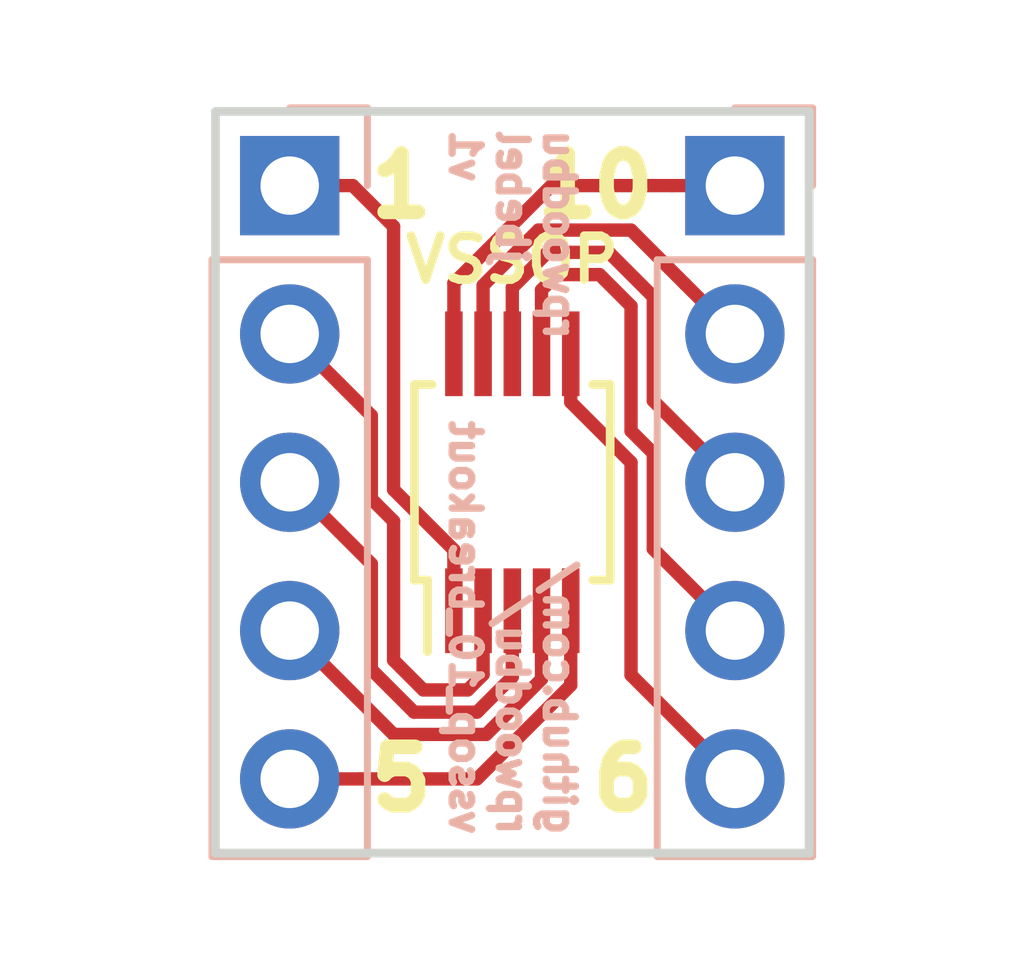
<source format=kicad_pcb>
(kicad_pcb (version 4) (host pcbnew 4.0.6-e0-6349~53~ubuntu16.04.1)

  (general
    (links 10)
    (no_connects 0)
    (area 138.354999 90.094999 148.665001 102.945001)
    (thickness 1.6)
    (drawings 10)
    (tracks 60)
    (zones 0)
    (modules 3)
    (nets 11)
  )

  (page A4)
  (layers
    (0 F.Cu signal)
    (31 B.Cu signal)
    (32 B.Adhes user)
    (33 F.Adhes user)
    (34 B.Paste user)
    (35 F.Paste user)
    (36 B.SilkS user)
    (37 F.SilkS user)
    (38 B.Mask user)
    (39 F.Mask user)
    (40 Dwgs.User user)
    (41 Cmts.User user)
    (42 Eco1.User user)
    (43 Eco2.User user)
    (44 Edge.Cuts user)
    (45 Margin user)
    (46 B.CrtYd user)
    (47 F.CrtYd user)
    (48 B.Fab user)
    (49 F.Fab user)
  )

  (setup
    (last_trace_width 0.2286)
    (trace_clearance 0.1524)
    (zone_clearance 0.508)
    (zone_45_only no)
    (trace_min 0.1524)
    (segment_width 0.2)
    (edge_width 0.15)
    (via_size 0.6858)
    (via_drill 0.3302)
    (via_min_size 0.6858)
    (via_min_drill 0.3302)
    (uvia_size 0.762)
    (uvia_drill 0.508)
    (uvias_allowed no)
    (uvia_min_size 0)
    (uvia_min_drill 0)
    (pcb_text_width 0.3)
    (pcb_text_size 1.5 1.5)
    (mod_edge_width 0.15)
    (mod_text_size 1 1)
    (mod_text_width 0.15)
    (pad_size 1.524 1.524)
    (pad_drill 0.762)
    (pad_to_mask_clearance 0.2)
    (aux_axis_origin 0 0)
    (visible_elements FFFFEF7F)
    (pcbplotparams
      (layerselection 0x00030_80000001)
      (usegerberextensions false)
      (excludeedgelayer true)
      (linewidth 0.100000)
      (plotframeref false)
      (viasonmask false)
      (mode 1)
      (useauxorigin false)
      (hpglpennumber 1)
      (hpglpenspeed 20)
      (hpglpendiameter 15)
      (hpglpenoverlay 2)
      (psnegative false)
      (psa4output false)
      (plotreference true)
      (plotvalue true)
      (plotinvisibletext false)
      (padsonsilk false)
      (subtractmaskfromsilk false)
      (outputformat 1)
      (mirror false)
      (drillshape 1)
      (scaleselection 1)
      (outputdirectory ""))
  )

  (net 0 "")
  (net 1 "Net-(J1-Pad1)")
  (net 2 "Net-(J1-Pad2)")
  (net 3 "Net-(J1-Pad3)")
  (net 4 "Net-(J1-Pad4)")
  (net 5 "Net-(J1-Pad5)")
  (net 6 "Net-(J2-Pad1)")
  (net 7 "Net-(J2-Pad2)")
  (net 8 "Net-(J2-Pad3)")
  (net 9 "Net-(J2-Pad4)")
  (net 10 "Net-(J2-Pad5)")

  (net_class Default "This is the default net class."
    (clearance 0.1524)
    (trace_width 0.2286)
    (via_dia 0.6858)
    (via_drill 0.3302)
    (uvia_dia 0.762)
    (uvia_drill 0.508)
    (add_net "Net-(J1-Pad1)")
    (add_net "Net-(J1-Pad2)")
    (add_net "Net-(J1-Pad3)")
    (add_net "Net-(J1-Pad4)")
    (add_net "Net-(J1-Pad5)")
    (add_net "Net-(J2-Pad1)")
    (add_net "Net-(J2-Pad2)")
    (add_net "Net-(J2-Pad3)")
    (add_net "Net-(J2-Pad4)")
    (add_net "Net-(J2-Pad5)")
  )

  (module Pin_Headers:Pin_Header_Straight_1x05_Pitch2.54mm (layer B.Cu) (tedit 595B34D8) (tstamp 595B2058)
    (at 139.7 91.44 180)
    (descr "Through hole straight pin header, 1x05, 2.54mm pitch, single row")
    (tags "Through hole pin header THT 1x05 2.54mm single row")
    (path /595B2010)
    (fp_text reference J1 (at 0 2.33 180) (layer B.SilkS) hide
      (effects (font (size 1 1) (thickness 0.15)) (justify mirror))
    )
    (fp_text value CONN_01X05 (at 0 -12.49 180) (layer B.Fab)
      (effects (font (size 1 1) (thickness 0.15)) (justify mirror))
    )
    (fp_line (start -1.27 1.27) (end -1.27 -11.43) (layer B.Fab) (width 0.1))
    (fp_line (start -1.27 -11.43) (end 1.27 -11.43) (layer B.Fab) (width 0.1))
    (fp_line (start 1.27 -11.43) (end 1.27 1.27) (layer B.Fab) (width 0.1))
    (fp_line (start 1.27 1.27) (end -1.27 1.27) (layer B.Fab) (width 0.1))
    (fp_line (start -1.33 -1.27) (end -1.33 -11.49) (layer B.SilkS) (width 0.12))
    (fp_line (start -1.33 -11.49) (end 1.33 -11.49) (layer B.SilkS) (width 0.12))
    (fp_line (start 1.33 -11.49) (end 1.33 -1.27) (layer B.SilkS) (width 0.12))
    (fp_line (start 1.33 -1.27) (end -1.33 -1.27) (layer B.SilkS) (width 0.12))
    (fp_line (start -1.33 0) (end -1.33 1.33) (layer B.SilkS) (width 0.12))
    (fp_line (start -1.33 1.33) (end 0 1.33) (layer B.SilkS) (width 0.12))
    (fp_line (start -1.8 1.8) (end -1.8 -11.95) (layer B.CrtYd) (width 0.05))
    (fp_line (start -1.8 -11.95) (end 1.8 -11.95) (layer B.CrtYd) (width 0.05))
    (fp_line (start 1.8 -11.95) (end 1.8 1.8) (layer B.CrtYd) (width 0.05))
    (fp_line (start 1.8 1.8) (end -1.8 1.8) (layer B.CrtYd) (width 0.05))
    (fp_text user %R (at 0 2.33 180) (layer B.Fab)
      (effects (font (size 1 1) (thickness 0.15)) (justify mirror))
    )
    (pad 1 thru_hole rect (at 0 0 180) (size 1.7 1.7) (drill 1) (layers *.Cu *.Mask)
      (net 1 "Net-(J1-Pad1)"))
    (pad 2 thru_hole oval (at 0 -2.54 180) (size 1.7 1.7) (drill 1) (layers *.Cu *.Mask)
      (net 2 "Net-(J1-Pad2)"))
    (pad 3 thru_hole oval (at 0 -5.08 180) (size 1.7 1.7) (drill 1) (layers *.Cu *.Mask)
      (net 3 "Net-(J1-Pad3)"))
    (pad 4 thru_hole oval (at 0 -7.62 180) (size 1.7 1.7) (drill 1) (layers *.Cu *.Mask)
      (net 4 "Net-(J1-Pad4)"))
    (pad 5 thru_hole oval (at 0 -10.16 180) (size 1.7 1.7) (drill 1) (layers *.Cu *.Mask)
      (net 5 "Net-(J1-Pad5)"))
    (model ${KISYS3DMOD}/Pin_Headers.3dshapes/Pin_Header_Straight_1x05_Pitch2.54mm.wrl
      (at (xyz 0 -0.2 0))
      (scale (xyz 1 1 1))
      (rotate (xyz 0 0 90))
    )
  )

  (module Pin_Headers:Pin_Header_Straight_1x05_Pitch2.54mm (layer B.Cu) (tedit 595B34DB) (tstamp 595B2061)
    (at 147.32 91.44 180)
    (descr "Through hole straight pin header, 1x05, 2.54mm pitch, single row")
    (tags "Through hole pin header THT 1x05 2.54mm single row")
    (path /595B2056)
    (fp_text reference J2 (at 0 2.33 180) (layer B.SilkS) hide
      (effects (font (size 1 1) (thickness 0.15)) (justify mirror))
    )
    (fp_text value CONN_01X05 (at 0 -12.49 180) (layer B.Fab)
      (effects (font (size 1 1) (thickness 0.15)) (justify mirror))
    )
    (fp_line (start -1.27 1.27) (end -1.27 -11.43) (layer B.Fab) (width 0.1))
    (fp_line (start -1.27 -11.43) (end 1.27 -11.43) (layer B.Fab) (width 0.1))
    (fp_line (start 1.27 -11.43) (end 1.27 1.27) (layer B.Fab) (width 0.1))
    (fp_line (start 1.27 1.27) (end -1.27 1.27) (layer B.Fab) (width 0.1))
    (fp_line (start -1.33 -1.27) (end -1.33 -11.49) (layer B.SilkS) (width 0.12))
    (fp_line (start -1.33 -11.49) (end 1.33 -11.49) (layer B.SilkS) (width 0.12))
    (fp_line (start 1.33 -11.49) (end 1.33 -1.27) (layer B.SilkS) (width 0.12))
    (fp_line (start 1.33 -1.27) (end -1.33 -1.27) (layer B.SilkS) (width 0.12))
    (fp_line (start -1.33 0) (end -1.33 1.33) (layer B.SilkS) (width 0.12))
    (fp_line (start -1.33 1.33) (end 0 1.33) (layer B.SilkS) (width 0.12))
    (fp_line (start -1.8 1.8) (end -1.8 -11.95) (layer B.CrtYd) (width 0.05))
    (fp_line (start -1.8 -11.95) (end 1.8 -11.95) (layer B.CrtYd) (width 0.05))
    (fp_line (start 1.8 -11.95) (end 1.8 1.8) (layer B.CrtYd) (width 0.05))
    (fp_line (start 1.8 1.8) (end -1.8 1.8) (layer B.CrtYd) (width 0.05))
    (fp_text user %R (at 0 2.33 180) (layer B.Fab)
      (effects (font (size 1 1) (thickness 0.15)) (justify mirror))
    )
    (pad 1 thru_hole rect (at 0 0 180) (size 1.7 1.7) (drill 1) (layers *.Cu *.Mask)
      (net 6 "Net-(J2-Pad1)"))
    (pad 2 thru_hole oval (at 0 -2.54 180) (size 1.7 1.7) (drill 1) (layers *.Cu *.Mask)
      (net 7 "Net-(J2-Pad2)"))
    (pad 3 thru_hole oval (at 0 -5.08 180) (size 1.7 1.7) (drill 1) (layers *.Cu *.Mask)
      (net 8 "Net-(J2-Pad3)"))
    (pad 4 thru_hole oval (at 0 -7.62 180) (size 1.7 1.7) (drill 1) (layers *.Cu *.Mask)
      (net 9 "Net-(J2-Pad4)"))
    (pad 5 thru_hole oval (at 0 -10.16 180) (size 1.7 1.7) (drill 1) (layers *.Cu *.Mask)
      (net 10 "Net-(J2-Pad5)"))
    (model ${KISYS3DMOD}/Pin_Headers.3dshapes/Pin_Header_Straight_1x05_Pitch2.54mm.wrl
      (at (xyz 0 -0.2 0))
      (scale (xyz 1 1 1))
      (rotate (xyz 0 0 90))
    )
  )

  (module VSSOP:VSSOP-10_3x3mm_Pitch0.5mm (layer F.Cu) (tedit 595C62C3) (tstamp 595C5058)
    (at 143.51 96.52 90)
    (descr "10-Lead VSSOP")
    (tags "SSOP 0.5")
    (path /595B1FC4)
    (attr smd)
    (fp_text reference U1 (at 0 -2.6 90) (layer F.SilkS) hide
      (effects (font (size 1 1) (thickness 0.15)))
    )
    (fp_text value VSSOP (at 3.81 0 180) (layer F.SilkS)
      (effects (font (size 0.75 0.75) (thickness 0.15)))
    )
    (fp_line (start -0.5 -1.5) (end 1.5 -1.5) (layer F.Fab) (width 0.15))
    (fp_line (start 1.5 -1.5) (end 1.5 1.5) (layer F.Fab) (width 0.15))
    (fp_line (start 1.5 1.5) (end -1.5 1.5) (layer F.Fab) (width 0.15))
    (fp_line (start -1.5 1.5) (end -1.5 -0.5) (layer F.Fab) (width 0.15))
    (fp_line (start -1.5 -0.5) (end -0.5 -1.5) (layer F.Fab) (width 0.15))
    (fp_line (start -3.15 -1.85) (end -3.15 1.85) (layer F.CrtYd) (width 0.05))
    (fp_line (start 3.15 -1.85) (end 3.15 1.85) (layer F.CrtYd) (width 0.05))
    (fp_line (start -3.15 -1.85) (end 3.15 -1.85) (layer F.CrtYd) (width 0.05))
    (fp_line (start -3.15 1.85) (end 3.15 1.85) (layer F.CrtYd) (width 0.05))
    (fp_line (start -1.675 -1.675) (end -1.675 -1.45) (layer F.SilkS) (width 0.15))
    (fp_line (start 1.675 -1.675) (end 1.675 -1.375) (layer F.SilkS) (width 0.15))
    (fp_line (start 1.675 1.675) (end 1.675 1.375) (layer F.SilkS) (width 0.15))
    (fp_line (start -1.675 1.675) (end -1.675 1.375) (layer F.SilkS) (width 0.15))
    (fp_line (start -1.675 -1.675) (end 1.675 -1.675) (layer F.SilkS) (width 0.15))
    (fp_line (start -1.675 1.675) (end 1.675 1.675) (layer F.SilkS) (width 0.15))
    (fp_line (start -1.675 -1.45) (end -2.9 -1.45) (layer F.SilkS) (width 0.15))
    (fp_text user %R (at 0 0 90) (layer F.Fab)
      (effects (font (size 0.6 0.6) (thickness 0.15)))
    )
    (pad 1 smd rect (at -2.2 -1 90) (size 1.45 0.3) (layers F.Cu F.Paste F.Mask)
      (net 1 "Net-(J1-Pad1)"))
    (pad 2 smd rect (at -2.2 -0.5 90) (size 1.45 0.3) (layers F.Cu F.Paste F.Mask)
      (net 2 "Net-(J1-Pad2)"))
    (pad 3 smd rect (at -2.2 0 90) (size 1.45 0.3) (layers F.Cu F.Paste F.Mask)
      (net 3 "Net-(J1-Pad3)"))
    (pad 4 smd rect (at -2.2 0.5 90) (size 1.45 0.3) (layers F.Cu F.Paste F.Mask)
      (net 4 "Net-(J1-Pad4)"))
    (pad 5 smd rect (at -2.2 1 90) (size 1.45 0.3) (layers F.Cu F.Paste F.Mask)
      (net 5 "Net-(J1-Pad5)"))
    (pad 6 smd rect (at 2.2 1 90) (size 1.45 0.3) (layers F.Cu F.Paste F.Mask)
      (net 10 "Net-(J2-Pad5)"))
    (pad 7 smd rect (at 2.2 0.5 90) (size 1.45 0.3) (layers F.Cu F.Paste F.Mask)
      (net 9 "Net-(J2-Pad4)"))
    (pad 8 smd rect (at 2.2 0 90) (size 1.45 0.3) (layers F.Cu F.Paste F.Mask)
      (net 8 "Net-(J2-Pad3)"))
    (pad 9 smd rect (at 2.2 -0.5 90) (size 1.45 0.3) (layers F.Cu F.Paste F.Mask)
      (net 7 "Net-(J2-Pad2)"))
    (pad 10 smd rect (at 2.2 -1 90) (size 1.45 0.3) (layers F.Cu F.Paste F.Mask)
      (net 6 "Net-(J2-Pad1)"))
    (model ${KISYS3DMOD}/Housings_SSOP.3dshapes/MSOP-10_3x3mm_Pitch0.5mm.wrl
      (at (xyz 0 0 0))
      (scale (xyz 1 1 1))
      (rotate (xyz 0 0 0))
    )
  )

  (gr_text "github.com/\nrpwoodbu/\nvssop_10_breakout" (at 143.51 102.616 270) (layer B.SilkS)
    (effects (font (size 0.5 0.5) (thickness 0.125)) (justify left mirror))
  )
  (gr_text 1 (at 140.97 91.44) (layer F.SilkS)
    (effects (font (size 1 1) (thickness 0.25)) (justify left))
  )
  (gr_text 10 (at 146.05 91.44) (layer F.SilkS)
    (effects (font (size 1 1) (thickness 0.25)) (justify right))
  )
  (gr_text 6 (at 146.05 101.6) (layer F.SilkS)
    (effects (font (size 1 1) (thickness 0.25)) (justify right))
  )
  (gr_text 5 (at 140.97 101.6) (layer F.SilkS)
    (effects (font (size 1 1) (thickness 0.25)) (justify left))
  )
  (gr_text "rpwoodbu\njbebel\nv1" (at 143.51 90.424 270) (layer B.SilkS)
    (effects (font (size 0.5 0.5) (thickness 0.125)) (justify right mirror))
  )
  (gr_line (start 138.43 102.87) (end 138.43 90.17) (layer Edge.Cuts) (width 0.15))
  (gr_line (start 148.59 102.87) (end 138.43 102.87) (layer Edge.Cuts) (width 0.15))
  (gr_line (start 148.59 90.17) (end 148.59 102.87) (layer Edge.Cuts) (width 0.15))
  (gr_line (start 138.43 90.17) (end 148.59 90.17) (layer Edge.Cuts) (width 0.15))

  (segment (start 141.478 92.1394) (end 140.7786 91.44) (width 0.2286) (layer F.Cu) (net 1))
  (segment (start 142.51 97.679) (end 141.478 96.647) (width 0.2286) (layer F.Cu) (net 1))
  (segment (start 142.51 98.67) (end 142.51 97.679) (width 0.2286) (layer F.Cu) (net 1))
  (segment (start 141.478 96.647) (end 141.478 92.1394) (width 0.2286) (layer F.Cu) (net 1))
  (segment (start 140.7786 91.44) (end 139.7 91.44) (width 0.2286) (layer F.Cu) (net 1))
  (segment (start 140.549999 94.829999) (end 139.7 93.98) (width 0.2286) (layer F.Cu) (net 2))
  (segment (start 143.01 99.814) (end 142.748022 100.075978) (width 0.2286) (layer F.Cu) (net 2))
  (segment (start 142.748022 100.075978) (end 141.985978 100.075978) (width 0.2286) (layer F.Cu) (net 2))
  (segment (start 143.01 98.72) (end 143.01 99.814) (width 0.2286) (layer F.Cu) (net 2))
  (segment (start 141.985978 100.075978) (end 141.478 99.568) (width 0.2286) (layer F.Cu) (net 2))
  (segment (start 141.478 99.568) (end 141.478 97.18583) (width 0.2286) (layer F.Cu) (net 2))
  (segment (start 141.096989 95.376989) (end 140.549999 94.829999) (width 0.2286) (layer F.Cu) (net 2))
  (segment (start 141.478 97.18583) (end 141.096989 96.804819) (width 0.2286) (layer F.Cu) (net 2))
  (segment (start 141.096989 96.804819) (end 141.096989 95.376989) (width 0.2286) (layer F.Cu) (net 2))
  (segment (start 140.549999 97.369999) (end 139.7 96.52) (width 0.2286) (layer F.Cu) (net 3))
  (segment (start 141.096989 97.916989) (end 140.549999 97.369999) (width 0.2286) (layer F.Cu) (net 3))
  (segment (start 142.905841 100.456989) (end 141.828159 100.456989) (width 0.2286) (layer F.Cu) (net 3))
  (segment (start 143.51 99.85283) (end 142.905841 100.456989) (width 0.2286) (layer F.Cu) (net 3))
  (segment (start 143.51 98.72) (end 143.51 99.85283) (width 0.2286) (layer F.Cu) (net 3))
  (segment (start 141.096989 99.725819) (end 141.096989 97.916989) (width 0.2286) (layer F.Cu) (net 3))
  (segment (start 141.828159 100.456989) (end 141.096989 99.725819) (width 0.2286) (layer F.Cu) (net 3))
  (segment (start 140.549999 99.909999) (end 139.7 99.06) (width 0.2286) (layer F.Cu) (net 4))
  (segment (start 144.01 98.67) (end 144.01 99.89166) (width 0.2286) (layer F.Cu) (net 4))
  (segment (start 141.478 100.838) (end 140.549999 99.909999) (width 0.2286) (layer F.Cu) (net 4))
  (segment (start 143.06366 100.838) (end 141.478 100.838) (width 0.2286) (layer F.Cu) (net 4))
  (segment (start 144.01 99.89166) (end 143.06366 100.838) (width 0.2286) (layer F.Cu) (net 4))
  (segment (start 144.51 99.99583) (end 142.90583 101.6) (width 0.2286) (layer F.Cu) (net 5))
  (segment (start 140.902081 101.6) (end 139.7 101.6) (width 0.2286) (layer F.Cu) (net 5))
  (segment (start 144.51 98.67) (end 144.51 99.99583) (width 0.2286) (layer F.Cu) (net 5))
  (segment (start 142.90583 101.6) (end 140.902081 101.6) (width 0.2286) (layer F.Cu) (net 5))
  (segment (start 146.2414 91.44) (end 147.32 91.44) (width 0.2286) (layer F.Cu) (net 6))
  (segment (start 142.51 93.10951) (end 144.17951 91.44) (width 0.2286) (layer F.Cu) (net 6))
  (segment (start 142.51 94.37) (end 142.51 93.10951) (width 0.2286) (layer F.Cu) (net 6))
  (segment (start 144.17951 91.44) (end 146.2414 91.44) (width 0.2286) (layer F.Cu) (net 6))
  (segment (start 145.542 92.202) (end 146.470001 93.130001) (width 0.2286) (layer F.Cu) (net 7))
  (segment (start 143.01 94.37) (end 143.01 93.14834) (width 0.2286) (layer F.Cu) (net 7))
  (segment (start 143.01 93.14834) (end 143.95634 92.202) (width 0.2286) (layer F.Cu) (net 7))
  (segment (start 143.95634 92.202) (end 145.542 92.202) (width 0.2286) (layer F.Cu) (net 7))
  (segment (start 146.470001 93.130001) (end 147.32 93.98) (width 0.2286) (layer F.Cu) (net 7))
  (segment (start 146.470001 95.670001) (end 147.32 96.52) (width 0.2286) (layer F.Cu) (net 8))
  (segment (start 145.923011 95.123011) (end 146.470001 95.670001) (width 0.2286) (layer F.Cu) (net 8))
  (segment (start 145.923011 93.345011) (end 145.923011 95.123011) (width 0.2286) (layer F.Cu) (net 8))
  (segment (start 145.161011 92.583011) (end 145.923011 93.345011) (width 0.2286) (layer F.Cu) (net 8))
  (segment (start 143.51 93.18717) (end 144.114159 92.583011) (width 0.2286) (layer F.Cu) (net 8))
  (segment (start 143.51 94.37) (end 143.51 93.18717) (width 0.2286) (layer F.Cu) (net 8))
  (segment (start 144.114159 92.583011) (end 145.161011 92.583011) (width 0.2286) (layer F.Cu) (net 8))
  (segment (start 145.923011 97.663011) (end 146.470001 98.210001) (width 0.2286) (layer F.Cu) (net 9))
  (segment (start 144.271978 92.964022) (end 145.003192 92.964022) (width 0.2286) (layer F.Cu) (net 9))
  (segment (start 145.542 93.50283) (end 145.542 95.64177) (width 0.2286) (layer F.Cu) (net 9))
  (segment (start 144.01 94.32) (end 144.01 93.226) (width 0.2286) (layer F.Cu) (net 9))
  (segment (start 144.01 93.226) (end 144.271978 92.964022) (width 0.2286) (layer F.Cu) (net 9))
  (segment (start 145.003192 92.964022) (end 145.542 93.50283) (width 0.2286) (layer F.Cu) (net 9))
  (segment (start 145.542 95.64177) (end 145.923011 96.022781) (width 0.2286) (layer F.Cu) (net 9))
  (segment (start 145.923011 96.022781) (end 145.923011 97.663011) (width 0.2286) (layer F.Cu) (net 9))
  (segment (start 146.470001 98.210001) (end 147.32 99.06) (width 0.2286) (layer F.Cu) (net 9))
  (segment (start 146.470001 100.750001) (end 147.32 101.6) (width 0.2286) (layer F.Cu) (net 10))
  (segment (start 144.51 94.37) (end 144.51 95.1486) (width 0.2286) (layer F.Cu) (net 10))
  (segment (start 144.51 95.1486) (end 145.542 96.1806) (width 0.2286) (layer F.Cu) (net 10))
  (segment (start 145.542 96.1806) (end 145.542 99.822) (width 0.2286) (layer F.Cu) (net 10))
  (segment (start 145.542 99.822) (end 146.470001 100.750001) (width 0.2286) (layer F.Cu) (net 10))

)

</source>
